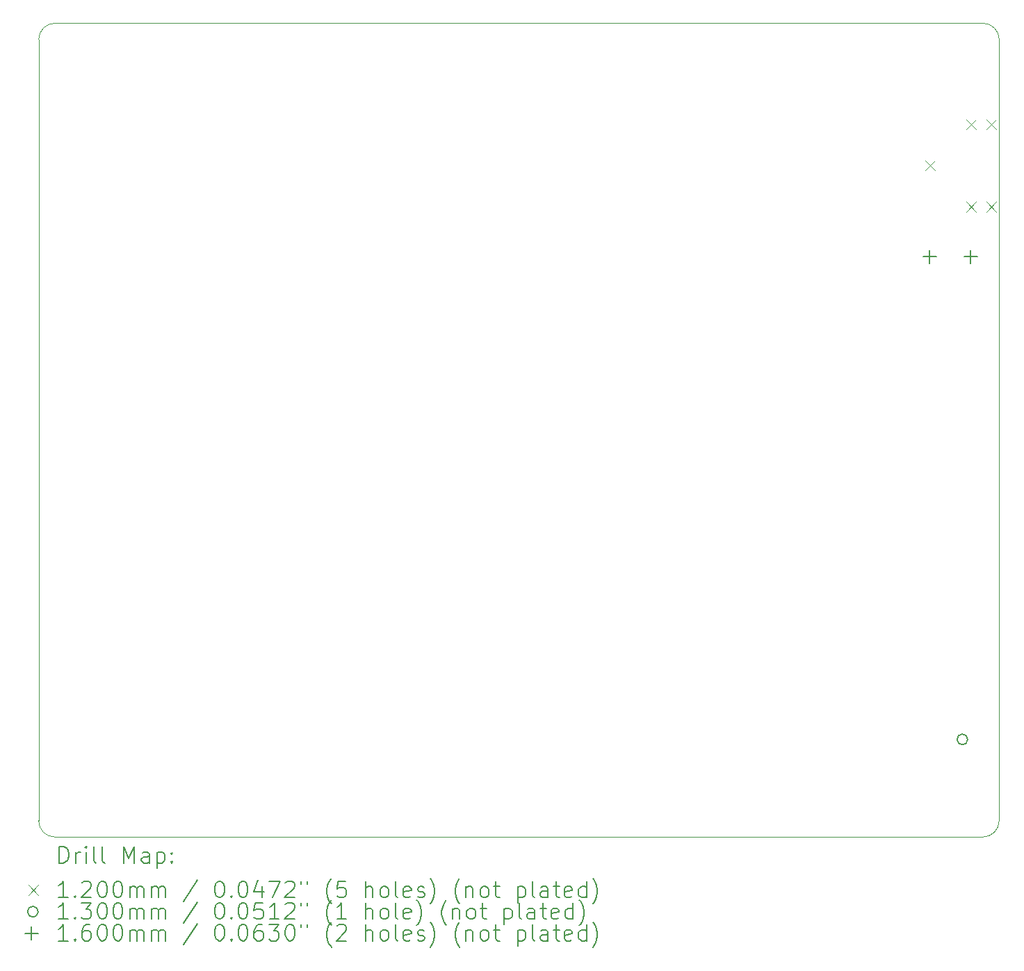
<source format=gbr>
%TF.GenerationSoftware,KiCad,Pcbnew,(6.0.11)*%
%TF.CreationDate,2024-03-19T14:27:06-04:00*%
%TF.ProjectId,Ultrasonic Sound Steering - Control Rev. B,556c7472-6173-46f6-9e69-6320536f756e,rev?*%
%TF.SameCoordinates,Original*%
%TF.FileFunction,Drillmap*%
%TF.FilePolarity,Positive*%
%FSLAX45Y45*%
G04 Gerber Fmt 4.5, Leading zero omitted, Abs format (unit mm)*
G04 Created by KiCad (PCBNEW (6.0.11)) date 2024-03-19 14:27:06*
%MOMM*%
%LPD*%
G01*
G04 APERTURE LIST*
%ADD10C,0.100000*%
%ADD11C,0.200000*%
%ADD12C,0.120000*%
%ADD13C,0.130000*%
%ADD14C,0.160000*%
G04 APERTURE END LIST*
D10*
X8743635Y-4685721D02*
X20042792Y-4685721D01*
X8543220Y-14400300D02*
G75*
G03*
X8743214Y-14600300I200000J0D01*
G01*
X20242799Y-4885721D02*
G75*
G03*
X20042792Y-4685721I-199999J1D01*
G01*
X20242792Y-4885721D02*
X20242792Y-14399879D01*
X8543214Y-14400300D02*
X8543635Y-4885721D01*
X20042792Y-14599879D02*
X8743214Y-14600300D01*
X8743635Y-4685725D02*
G75*
G03*
X8543635Y-4885721I-5J-199995D01*
G01*
X20042792Y-14599882D02*
G75*
G03*
X20242792Y-14399879I-2J200002D01*
G01*
D11*
D12*
X19339000Y-6362000D02*
X19459000Y-6482000D01*
X19459000Y-6362000D02*
X19339000Y-6482000D01*
X19839000Y-5862000D02*
X19959000Y-5982000D01*
X19959000Y-5862000D02*
X19839000Y-5982000D01*
X19839000Y-6862000D02*
X19959000Y-6982000D01*
X19959000Y-6862000D02*
X19839000Y-6982000D01*
X20089000Y-5862000D02*
X20209000Y-5982000D01*
X20209000Y-5862000D02*
X20089000Y-5982000D01*
X20089000Y-6862000D02*
X20209000Y-6982000D01*
X20209000Y-6862000D02*
X20089000Y-6982000D01*
D13*
X19859000Y-13411000D02*
G75*
G03*
X19859000Y-13411000I-65000J0D01*
G01*
D14*
X19394000Y-7452000D02*
X19394000Y-7612000D01*
X19314000Y-7532000D02*
X19474000Y-7532000D01*
X19894000Y-7452000D02*
X19894000Y-7612000D01*
X19814000Y-7532000D02*
X19974000Y-7532000D01*
D11*
X8795833Y-14915776D02*
X8795833Y-14715776D01*
X8843452Y-14715776D01*
X8872023Y-14725300D01*
X8891071Y-14744348D01*
X8900595Y-14763395D01*
X8910118Y-14801490D01*
X8910118Y-14830062D01*
X8900595Y-14868157D01*
X8891071Y-14887205D01*
X8872023Y-14906252D01*
X8843452Y-14915776D01*
X8795833Y-14915776D01*
X8995833Y-14915776D02*
X8995833Y-14782443D01*
X8995833Y-14820538D02*
X9005356Y-14801490D01*
X9014880Y-14791967D01*
X9033928Y-14782443D01*
X9052976Y-14782443D01*
X9119642Y-14915776D02*
X9119642Y-14782443D01*
X9119642Y-14715776D02*
X9110118Y-14725300D01*
X9119642Y-14734824D01*
X9129166Y-14725300D01*
X9119642Y-14715776D01*
X9119642Y-14734824D01*
X9243452Y-14915776D02*
X9224404Y-14906252D01*
X9214880Y-14887205D01*
X9214880Y-14715776D01*
X9348214Y-14915776D02*
X9329166Y-14906252D01*
X9319642Y-14887205D01*
X9319642Y-14715776D01*
X9576785Y-14915776D02*
X9576785Y-14715776D01*
X9643452Y-14858633D01*
X9710118Y-14715776D01*
X9710118Y-14915776D01*
X9891071Y-14915776D02*
X9891071Y-14811014D01*
X9881547Y-14791967D01*
X9862499Y-14782443D01*
X9824404Y-14782443D01*
X9805356Y-14791967D01*
X9891071Y-14906252D02*
X9872023Y-14915776D01*
X9824404Y-14915776D01*
X9805356Y-14906252D01*
X9795833Y-14887205D01*
X9795833Y-14868157D01*
X9805356Y-14849109D01*
X9824404Y-14839586D01*
X9872023Y-14839586D01*
X9891071Y-14830062D01*
X9986309Y-14782443D02*
X9986309Y-14982443D01*
X9986309Y-14791967D02*
X10005356Y-14782443D01*
X10043452Y-14782443D01*
X10062499Y-14791967D01*
X10072023Y-14801490D01*
X10081547Y-14820538D01*
X10081547Y-14877681D01*
X10072023Y-14896728D01*
X10062499Y-14906252D01*
X10043452Y-14915776D01*
X10005356Y-14915776D01*
X9986309Y-14906252D01*
X10167261Y-14896728D02*
X10176785Y-14906252D01*
X10167261Y-14915776D01*
X10157737Y-14906252D01*
X10167261Y-14896728D01*
X10167261Y-14915776D01*
X10167261Y-14791967D02*
X10176785Y-14801490D01*
X10167261Y-14811014D01*
X10157737Y-14801490D01*
X10167261Y-14791967D01*
X10167261Y-14811014D01*
D12*
X8418214Y-15185300D02*
X8538214Y-15305300D01*
X8538214Y-15185300D02*
X8418214Y-15305300D01*
D11*
X8900595Y-15335776D02*
X8786309Y-15335776D01*
X8843452Y-15335776D02*
X8843452Y-15135776D01*
X8824404Y-15164348D01*
X8805356Y-15183395D01*
X8786309Y-15192919D01*
X8986309Y-15316728D02*
X8995833Y-15326252D01*
X8986309Y-15335776D01*
X8976785Y-15326252D01*
X8986309Y-15316728D01*
X8986309Y-15335776D01*
X9072023Y-15154824D02*
X9081547Y-15145300D01*
X9100595Y-15135776D01*
X9148214Y-15135776D01*
X9167261Y-15145300D01*
X9176785Y-15154824D01*
X9186309Y-15173871D01*
X9186309Y-15192919D01*
X9176785Y-15221490D01*
X9062499Y-15335776D01*
X9186309Y-15335776D01*
X9310118Y-15135776D02*
X9329166Y-15135776D01*
X9348214Y-15145300D01*
X9357737Y-15154824D01*
X9367261Y-15173871D01*
X9376785Y-15211967D01*
X9376785Y-15259586D01*
X9367261Y-15297681D01*
X9357737Y-15316728D01*
X9348214Y-15326252D01*
X9329166Y-15335776D01*
X9310118Y-15335776D01*
X9291071Y-15326252D01*
X9281547Y-15316728D01*
X9272023Y-15297681D01*
X9262499Y-15259586D01*
X9262499Y-15211967D01*
X9272023Y-15173871D01*
X9281547Y-15154824D01*
X9291071Y-15145300D01*
X9310118Y-15135776D01*
X9500595Y-15135776D02*
X9519642Y-15135776D01*
X9538690Y-15145300D01*
X9548214Y-15154824D01*
X9557737Y-15173871D01*
X9567261Y-15211967D01*
X9567261Y-15259586D01*
X9557737Y-15297681D01*
X9548214Y-15316728D01*
X9538690Y-15326252D01*
X9519642Y-15335776D01*
X9500595Y-15335776D01*
X9481547Y-15326252D01*
X9472023Y-15316728D01*
X9462499Y-15297681D01*
X9452976Y-15259586D01*
X9452976Y-15211967D01*
X9462499Y-15173871D01*
X9472023Y-15154824D01*
X9481547Y-15145300D01*
X9500595Y-15135776D01*
X9652976Y-15335776D02*
X9652976Y-15202443D01*
X9652976Y-15221490D02*
X9662499Y-15211967D01*
X9681547Y-15202443D01*
X9710118Y-15202443D01*
X9729166Y-15211967D01*
X9738690Y-15231014D01*
X9738690Y-15335776D01*
X9738690Y-15231014D02*
X9748214Y-15211967D01*
X9767261Y-15202443D01*
X9795833Y-15202443D01*
X9814880Y-15211967D01*
X9824404Y-15231014D01*
X9824404Y-15335776D01*
X9919642Y-15335776D02*
X9919642Y-15202443D01*
X9919642Y-15221490D02*
X9929166Y-15211967D01*
X9948214Y-15202443D01*
X9976785Y-15202443D01*
X9995833Y-15211967D01*
X10005356Y-15231014D01*
X10005356Y-15335776D01*
X10005356Y-15231014D02*
X10014880Y-15211967D01*
X10033928Y-15202443D01*
X10062499Y-15202443D01*
X10081547Y-15211967D01*
X10091071Y-15231014D01*
X10091071Y-15335776D01*
X10481547Y-15126252D02*
X10310118Y-15383395D01*
X10738690Y-15135776D02*
X10757737Y-15135776D01*
X10776785Y-15145300D01*
X10786309Y-15154824D01*
X10795833Y-15173871D01*
X10805356Y-15211967D01*
X10805356Y-15259586D01*
X10795833Y-15297681D01*
X10786309Y-15316728D01*
X10776785Y-15326252D01*
X10757737Y-15335776D01*
X10738690Y-15335776D01*
X10719642Y-15326252D01*
X10710118Y-15316728D01*
X10700595Y-15297681D01*
X10691071Y-15259586D01*
X10691071Y-15211967D01*
X10700595Y-15173871D01*
X10710118Y-15154824D01*
X10719642Y-15145300D01*
X10738690Y-15135776D01*
X10891071Y-15316728D02*
X10900595Y-15326252D01*
X10891071Y-15335776D01*
X10881547Y-15326252D01*
X10891071Y-15316728D01*
X10891071Y-15335776D01*
X11024404Y-15135776D02*
X11043452Y-15135776D01*
X11062499Y-15145300D01*
X11072023Y-15154824D01*
X11081547Y-15173871D01*
X11091071Y-15211967D01*
X11091071Y-15259586D01*
X11081547Y-15297681D01*
X11072023Y-15316728D01*
X11062499Y-15326252D01*
X11043452Y-15335776D01*
X11024404Y-15335776D01*
X11005356Y-15326252D01*
X10995833Y-15316728D01*
X10986309Y-15297681D01*
X10976785Y-15259586D01*
X10976785Y-15211967D01*
X10986309Y-15173871D01*
X10995833Y-15154824D01*
X11005356Y-15145300D01*
X11024404Y-15135776D01*
X11262499Y-15202443D02*
X11262499Y-15335776D01*
X11214880Y-15126252D02*
X11167261Y-15269109D01*
X11291071Y-15269109D01*
X11348214Y-15135776D02*
X11481547Y-15135776D01*
X11395833Y-15335776D01*
X11548213Y-15154824D02*
X11557737Y-15145300D01*
X11576785Y-15135776D01*
X11624404Y-15135776D01*
X11643452Y-15145300D01*
X11652975Y-15154824D01*
X11662499Y-15173871D01*
X11662499Y-15192919D01*
X11652975Y-15221490D01*
X11538690Y-15335776D01*
X11662499Y-15335776D01*
X11738690Y-15135776D02*
X11738690Y-15173871D01*
X11814880Y-15135776D02*
X11814880Y-15173871D01*
X12110118Y-15411967D02*
X12100594Y-15402443D01*
X12081547Y-15373871D01*
X12072023Y-15354824D01*
X12062499Y-15326252D01*
X12052975Y-15278633D01*
X12052975Y-15240538D01*
X12062499Y-15192919D01*
X12072023Y-15164348D01*
X12081547Y-15145300D01*
X12100594Y-15116728D01*
X12110118Y-15107205D01*
X12281547Y-15135776D02*
X12186309Y-15135776D01*
X12176785Y-15231014D01*
X12186309Y-15221490D01*
X12205356Y-15211967D01*
X12252975Y-15211967D01*
X12272023Y-15221490D01*
X12281547Y-15231014D01*
X12291071Y-15250062D01*
X12291071Y-15297681D01*
X12281547Y-15316728D01*
X12272023Y-15326252D01*
X12252975Y-15335776D01*
X12205356Y-15335776D01*
X12186309Y-15326252D01*
X12176785Y-15316728D01*
X12529166Y-15335776D02*
X12529166Y-15135776D01*
X12614880Y-15335776D02*
X12614880Y-15231014D01*
X12605356Y-15211967D01*
X12586309Y-15202443D01*
X12557737Y-15202443D01*
X12538690Y-15211967D01*
X12529166Y-15221490D01*
X12738690Y-15335776D02*
X12719642Y-15326252D01*
X12710118Y-15316728D01*
X12700594Y-15297681D01*
X12700594Y-15240538D01*
X12710118Y-15221490D01*
X12719642Y-15211967D01*
X12738690Y-15202443D01*
X12767261Y-15202443D01*
X12786309Y-15211967D01*
X12795833Y-15221490D01*
X12805356Y-15240538D01*
X12805356Y-15297681D01*
X12795833Y-15316728D01*
X12786309Y-15326252D01*
X12767261Y-15335776D01*
X12738690Y-15335776D01*
X12919642Y-15335776D02*
X12900594Y-15326252D01*
X12891071Y-15307205D01*
X12891071Y-15135776D01*
X13072023Y-15326252D02*
X13052975Y-15335776D01*
X13014880Y-15335776D01*
X12995833Y-15326252D01*
X12986309Y-15307205D01*
X12986309Y-15231014D01*
X12995833Y-15211967D01*
X13014880Y-15202443D01*
X13052975Y-15202443D01*
X13072023Y-15211967D01*
X13081547Y-15231014D01*
X13081547Y-15250062D01*
X12986309Y-15269109D01*
X13157737Y-15326252D02*
X13176785Y-15335776D01*
X13214880Y-15335776D01*
X13233928Y-15326252D01*
X13243452Y-15307205D01*
X13243452Y-15297681D01*
X13233928Y-15278633D01*
X13214880Y-15269109D01*
X13186309Y-15269109D01*
X13167261Y-15259586D01*
X13157737Y-15240538D01*
X13157737Y-15231014D01*
X13167261Y-15211967D01*
X13186309Y-15202443D01*
X13214880Y-15202443D01*
X13233928Y-15211967D01*
X13310118Y-15411967D02*
X13319642Y-15402443D01*
X13338690Y-15373871D01*
X13348213Y-15354824D01*
X13357737Y-15326252D01*
X13367261Y-15278633D01*
X13367261Y-15240538D01*
X13357737Y-15192919D01*
X13348213Y-15164348D01*
X13338690Y-15145300D01*
X13319642Y-15116728D01*
X13310118Y-15107205D01*
X13672023Y-15411967D02*
X13662499Y-15402443D01*
X13643452Y-15373871D01*
X13633928Y-15354824D01*
X13624404Y-15326252D01*
X13614880Y-15278633D01*
X13614880Y-15240538D01*
X13624404Y-15192919D01*
X13633928Y-15164348D01*
X13643452Y-15145300D01*
X13662499Y-15116728D01*
X13672023Y-15107205D01*
X13748213Y-15202443D02*
X13748213Y-15335776D01*
X13748213Y-15221490D02*
X13757737Y-15211967D01*
X13776785Y-15202443D01*
X13805356Y-15202443D01*
X13824404Y-15211967D01*
X13833928Y-15231014D01*
X13833928Y-15335776D01*
X13957737Y-15335776D02*
X13938690Y-15326252D01*
X13929166Y-15316728D01*
X13919642Y-15297681D01*
X13919642Y-15240538D01*
X13929166Y-15221490D01*
X13938690Y-15211967D01*
X13957737Y-15202443D01*
X13986309Y-15202443D01*
X14005356Y-15211967D01*
X14014880Y-15221490D01*
X14024404Y-15240538D01*
X14024404Y-15297681D01*
X14014880Y-15316728D01*
X14005356Y-15326252D01*
X13986309Y-15335776D01*
X13957737Y-15335776D01*
X14081547Y-15202443D02*
X14157737Y-15202443D01*
X14110118Y-15135776D02*
X14110118Y-15307205D01*
X14119642Y-15326252D01*
X14138690Y-15335776D01*
X14157737Y-15335776D01*
X14376785Y-15202443D02*
X14376785Y-15402443D01*
X14376785Y-15211967D02*
X14395833Y-15202443D01*
X14433928Y-15202443D01*
X14452975Y-15211967D01*
X14462499Y-15221490D01*
X14472023Y-15240538D01*
X14472023Y-15297681D01*
X14462499Y-15316728D01*
X14452975Y-15326252D01*
X14433928Y-15335776D01*
X14395833Y-15335776D01*
X14376785Y-15326252D01*
X14586309Y-15335776D02*
X14567261Y-15326252D01*
X14557737Y-15307205D01*
X14557737Y-15135776D01*
X14748213Y-15335776D02*
X14748213Y-15231014D01*
X14738690Y-15211967D01*
X14719642Y-15202443D01*
X14681547Y-15202443D01*
X14662499Y-15211967D01*
X14748213Y-15326252D02*
X14729166Y-15335776D01*
X14681547Y-15335776D01*
X14662499Y-15326252D01*
X14652975Y-15307205D01*
X14652975Y-15288157D01*
X14662499Y-15269109D01*
X14681547Y-15259586D01*
X14729166Y-15259586D01*
X14748213Y-15250062D01*
X14814880Y-15202443D02*
X14891071Y-15202443D01*
X14843452Y-15135776D02*
X14843452Y-15307205D01*
X14852975Y-15326252D01*
X14872023Y-15335776D01*
X14891071Y-15335776D01*
X15033928Y-15326252D02*
X15014880Y-15335776D01*
X14976785Y-15335776D01*
X14957737Y-15326252D01*
X14948213Y-15307205D01*
X14948213Y-15231014D01*
X14957737Y-15211967D01*
X14976785Y-15202443D01*
X15014880Y-15202443D01*
X15033928Y-15211967D01*
X15043452Y-15231014D01*
X15043452Y-15250062D01*
X14948213Y-15269109D01*
X15214880Y-15335776D02*
X15214880Y-15135776D01*
X15214880Y-15326252D02*
X15195833Y-15335776D01*
X15157737Y-15335776D01*
X15138690Y-15326252D01*
X15129166Y-15316728D01*
X15119642Y-15297681D01*
X15119642Y-15240538D01*
X15129166Y-15221490D01*
X15138690Y-15211967D01*
X15157737Y-15202443D01*
X15195833Y-15202443D01*
X15214880Y-15211967D01*
X15291071Y-15411967D02*
X15300594Y-15402443D01*
X15319642Y-15373871D01*
X15329166Y-15354824D01*
X15338690Y-15326252D01*
X15348213Y-15278633D01*
X15348213Y-15240538D01*
X15338690Y-15192919D01*
X15329166Y-15164348D01*
X15319642Y-15145300D01*
X15300594Y-15116728D01*
X15291071Y-15107205D01*
D13*
X8538214Y-15509300D02*
G75*
G03*
X8538214Y-15509300I-65000J0D01*
G01*
D11*
X8900595Y-15599776D02*
X8786309Y-15599776D01*
X8843452Y-15599776D02*
X8843452Y-15399776D01*
X8824404Y-15428348D01*
X8805356Y-15447395D01*
X8786309Y-15456919D01*
X8986309Y-15580728D02*
X8995833Y-15590252D01*
X8986309Y-15599776D01*
X8976785Y-15590252D01*
X8986309Y-15580728D01*
X8986309Y-15599776D01*
X9062499Y-15399776D02*
X9186309Y-15399776D01*
X9119642Y-15475967D01*
X9148214Y-15475967D01*
X9167261Y-15485490D01*
X9176785Y-15495014D01*
X9186309Y-15514062D01*
X9186309Y-15561681D01*
X9176785Y-15580728D01*
X9167261Y-15590252D01*
X9148214Y-15599776D01*
X9091071Y-15599776D01*
X9072023Y-15590252D01*
X9062499Y-15580728D01*
X9310118Y-15399776D02*
X9329166Y-15399776D01*
X9348214Y-15409300D01*
X9357737Y-15418824D01*
X9367261Y-15437871D01*
X9376785Y-15475967D01*
X9376785Y-15523586D01*
X9367261Y-15561681D01*
X9357737Y-15580728D01*
X9348214Y-15590252D01*
X9329166Y-15599776D01*
X9310118Y-15599776D01*
X9291071Y-15590252D01*
X9281547Y-15580728D01*
X9272023Y-15561681D01*
X9262499Y-15523586D01*
X9262499Y-15475967D01*
X9272023Y-15437871D01*
X9281547Y-15418824D01*
X9291071Y-15409300D01*
X9310118Y-15399776D01*
X9500595Y-15399776D02*
X9519642Y-15399776D01*
X9538690Y-15409300D01*
X9548214Y-15418824D01*
X9557737Y-15437871D01*
X9567261Y-15475967D01*
X9567261Y-15523586D01*
X9557737Y-15561681D01*
X9548214Y-15580728D01*
X9538690Y-15590252D01*
X9519642Y-15599776D01*
X9500595Y-15599776D01*
X9481547Y-15590252D01*
X9472023Y-15580728D01*
X9462499Y-15561681D01*
X9452976Y-15523586D01*
X9452976Y-15475967D01*
X9462499Y-15437871D01*
X9472023Y-15418824D01*
X9481547Y-15409300D01*
X9500595Y-15399776D01*
X9652976Y-15599776D02*
X9652976Y-15466443D01*
X9652976Y-15485490D02*
X9662499Y-15475967D01*
X9681547Y-15466443D01*
X9710118Y-15466443D01*
X9729166Y-15475967D01*
X9738690Y-15495014D01*
X9738690Y-15599776D01*
X9738690Y-15495014D02*
X9748214Y-15475967D01*
X9767261Y-15466443D01*
X9795833Y-15466443D01*
X9814880Y-15475967D01*
X9824404Y-15495014D01*
X9824404Y-15599776D01*
X9919642Y-15599776D02*
X9919642Y-15466443D01*
X9919642Y-15485490D02*
X9929166Y-15475967D01*
X9948214Y-15466443D01*
X9976785Y-15466443D01*
X9995833Y-15475967D01*
X10005356Y-15495014D01*
X10005356Y-15599776D01*
X10005356Y-15495014D02*
X10014880Y-15475967D01*
X10033928Y-15466443D01*
X10062499Y-15466443D01*
X10081547Y-15475967D01*
X10091071Y-15495014D01*
X10091071Y-15599776D01*
X10481547Y-15390252D02*
X10310118Y-15647395D01*
X10738690Y-15399776D02*
X10757737Y-15399776D01*
X10776785Y-15409300D01*
X10786309Y-15418824D01*
X10795833Y-15437871D01*
X10805356Y-15475967D01*
X10805356Y-15523586D01*
X10795833Y-15561681D01*
X10786309Y-15580728D01*
X10776785Y-15590252D01*
X10757737Y-15599776D01*
X10738690Y-15599776D01*
X10719642Y-15590252D01*
X10710118Y-15580728D01*
X10700595Y-15561681D01*
X10691071Y-15523586D01*
X10691071Y-15475967D01*
X10700595Y-15437871D01*
X10710118Y-15418824D01*
X10719642Y-15409300D01*
X10738690Y-15399776D01*
X10891071Y-15580728D02*
X10900595Y-15590252D01*
X10891071Y-15599776D01*
X10881547Y-15590252D01*
X10891071Y-15580728D01*
X10891071Y-15599776D01*
X11024404Y-15399776D02*
X11043452Y-15399776D01*
X11062499Y-15409300D01*
X11072023Y-15418824D01*
X11081547Y-15437871D01*
X11091071Y-15475967D01*
X11091071Y-15523586D01*
X11081547Y-15561681D01*
X11072023Y-15580728D01*
X11062499Y-15590252D01*
X11043452Y-15599776D01*
X11024404Y-15599776D01*
X11005356Y-15590252D01*
X10995833Y-15580728D01*
X10986309Y-15561681D01*
X10976785Y-15523586D01*
X10976785Y-15475967D01*
X10986309Y-15437871D01*
X10995833Y-15418824D01*
X11005356Y-15409300D01*
X11024404Y-15399776D01*
X11272023Y-15399776D02*
X11176785Y-15399776D01*
X11167261Y-15495014D01*
X11176785Y-15485490D01*
X11195833Y-15475967D01*
X11243452Y-15475967D01*
X11262499Y-15485490D01*
X11272023Y-15495014D01*
X11281547Y-15514062D01*
X11281547Y-15561681D01*
X11272023Y-15580728D01*
X11262499Y-15590252D01*
X11243452Y-15599776D01*
X11195833Y-15599776D01*
X11176785Y-15590252D01*
X11167261Y-15580728D01*
X11472023Y-15599776D02*
X11357737Y-15599776D01*
X11414880Y-15599776D02*
X11414880Y-15399776D01*
X11395833Y-15428348D01*
X11376785Y-15447395D01*
X11357737Y-15456919D01*
X11548213Y-15418824D02*
X11557737Y-15409300D01*
X11576785Y-15399776D01*
X11624404Y-15399776D01*
X11643452Y-15409300D01*
X11652975Y-15418824D01*
X11662499Y-15437871D01*
X11662499Y-15456919D01*
X11652975Y-15485490D01*
X11538690Y-15599776D01*
X11662499Y-15599776D01*
X11738690Y-15399776D02*
X11738690Y-15437871D01*
X11814880Y-15399776D02*
X11814880Y-15437871D01*
X12110118Y-15675967D02*
X12100594Y-15666443D01*
X12081547Y-15637871D01*
X12072023Y-15618824D01*
X12062499Y-15590252D01*
X12052975Y-15542633D01*
X12052975Y-15504538D01*
X12062499Y-15456919D01*
X12072023Y-15428348D01*
X12081547Y-15409300D01*
X12100594Y-15380728D01*
X12110118Y-15371205D01*
X12291071Y-15599776D02*
X12176785Y-15599776D01*
X12233928Y-15599776D02*
X12233928Y-15399776D01*
X12214880Y-15428348D01*
X12195833Y-15447395D01*
X12176785Y-15456919D01*
X12529166Y-15599776D02*
X12529166Y-15399776D01*
X12614880Y-15599776D02*
X12614880Y-15495014D01*
X12605356Y-15475967D01*
X12586309Y-15466443D01*
X12557737Y-15466443D01*
X12538690Y-15475967D01*
X12529166Y-15485490D01*
X12738690Y-15599776D02*
X12719642Y-15590252D01*
X12710118Y-15580728D01*
X12700594Y-15561681D01*
X12700594Y-15504538D01*
X12710118Y-15485490D01*
X12719642Y-15475967D01*
X12738690Y-15466443D01*
X12767261Y-15466443D01*
X12786309Y-15475967D01*
X12795833Y-15485490D01*
X12805356Y-15504538D01*
X12805356Y-15561681D01*
X12795833Y-15580728D01*
X12786309Y-15590252D01*
X12767261Y-15599776D01*
X12738690Y-15599776D01*
X12919642Y-15599776D02*
X12900594Y-15590252D01*
X12891071Y-15571205D01*
X12891071Y-15399776D01*
X13072023Y-15590252D02*
X13052975Y-15599776D01*
X13014880Y-15599776D01*
X12995833Y-15590252D01*
X12986309Y-15571205D01*
X12986309Y-15495014D01*
X12995833Y-15475967D01*
X13014880Y-15466443D01*
X13052975Y-15466443D01*
X13072023Y-15475967D01*
X13081547Y-15495014D01*
X13081547Y-15514062D01*
X12986309Y-15533109D01*
X13148213Y-15675967D02*
X13157737Y-15666443D01*
X13176785Y-15637871D01*
X13186309Y-15618824D01*
X13195833Y-15590252D01*
X13205356Y-15542633D01*
X13205356Y-15504538D01*
X13195833Y-15456919D01*
X13186309Y-15428348D01*
X13176785Y-15409300D01*
X13157737Y-15380728D01*
X13148213Y-15371205D01*
X13510118Y-15675967D02*
X13500594Y-15666443D01*
X13481547Y-15637871D01*
X13472023Y-15618824D01*
X13462499Y-15590252D01*
X13452975Y-15542633D01*
X13452975Y-15504538D01*
X13462499Y-15456919D01*
X13472023Y-15428348D01*
X13481547Y-15409300D01*
X13500594Y-15380728D01*
X13510118Y-15371205D01*
X13586309Y-15466443D02*
X13586309Y-15599776D01*
X13586309Y-15485490D02*
X13595833Y-15475967D01*
X13614880Y-15466443D01*
X13643452Y-15466443D01*
X13662499Y-15475967D01*
X13672023Y-15495014D01*
X13672023Y-15599776D01*
X13795833Y-15599776D02*
X13776785Y-15590252D01*
X13767261Y-15580728D01*
X13757737Y-15561681D01*
X13757737Y-15504538D01*
X13767261Y-15485490D01*
X13776785Y-15475967D01*
X13795833Y-15466443D01*
X13824404Y-15466443D01*
X13843452Y-15475967D01*
X13852975Y-15485490D01*
X13862499Y-15504538D01*
X13862499Y-15561681D01*
X13852975Y-15580728D01*
X13843452Y-15590252D01*
X13824404Y-15599776D01*
X13795833Y-15599776D01*
X13919642Y-15466443D02*
X13995833Y-15466443D01*
X13948213Y-15399776D02*
X13948213Y-15571205D01*
X13957737Y-15590252D01*
X13976785Y-15599776D01*
X13995833Y-15599776D01*
X14214880Y-15466443D02*
X14214880Y-15666443D01*
X14214880Y-15475967D02*
X14233928Y-15466443D01*
X14272023Y-15466443D01*
X14291071Y-15475967D01*
X14300594Y-15485490D01*
X14310118Y-15504538D01*
X14310118Y-15561681D01*
X14300594Y-15580728D01*
X14291071Y-15590252D01*
X14272023Y-15599776D01*
X14233928Y-15599776D01*
X14214880Y-15590252D01*
X14424404Y-15599776D02*
X14405356Y-15590252D01*
X14395833Y-15571205D01*
X14395833Y-15399776D01*
X14586309Y-15599776D02*
X14586309Y-15495014D01*
X14576785Y-15475967D01*
X14557737Y-15466443D01*
X14519642Y-15466443D01*
X14500594Y-15475967D01*
X14586309Y-15590252D02*
X14567261Y-15599776D01*
X14519642Y-15599776D01*
X14500594Y-15590252D01*
X14491071Y-15571205D01*
X14491071Y-15552157D01*
X14500594Y-15533109D01*
X14519642Y-15523586D01*
X14567261Y-15523586D01*
X14586309Y-15514062D01*
X14652975Y-15466443D02*
X14729166Y-15466443D01*
X14681547Y-15399776D02*
X14681547Y-15571205D01*
X14691071Y-15590252D01*
X14710118Y-15599776D01*
X14729166Y-15599776D01*
X14872023Y-15590252D02*
X14852975Y-15599776D01*
X14814880Y-15599776D01*
X14795833Y-15590252D01*
X14786309Y-15571205D01*
X14786309Y-15495014D01*
X14795833Y-15475967D01*
X14814880Y-15466443D01*
X14852975Y-15466443D01*
X14872023Y-15475967D01*
X14881547Y-15495014D01*
X14881547Y-15514062D01*
X14786309Y-15533109D01*
X15052975Y-15599776D02*
X15052975Y-15399776D01*
X15052975Y-15590252D02*
X15033928Y-15599776D01*
X14995833Y-15599776D01*
X14976785Y-15590252D01*
X14967261Y-15580728D01*
X14957737Y-15561681D01*
X14957737Y-15504538D01*
X14967261Y-15485490D01*
X14976785Y-15475967D01*
X14995833Y-15466443D01*
X15033928Y-15466443D01*
X15052975Y-15475967D01*
X15129166Y-15675967D02*
X15138690Y-15666443D01*
X15157737Y-15637871D01*
X15167261Y-15618824D01*
X15176785Y-15590252D01*
X15186309Y-15542633D01*
X15186309Y-15504538D01*
X15176785Y-15456919D01*
X15167261Y-15428348D01*
X15157737Y-15409300D01*
X15138690Y-15380728D01*
X15129166Y-15371205D01*
D14*
X8458214Y-15693300D02*
X8458214Y-15853300D01*
X8378214Y-15773300D02*
X8538214Y-15773300D01*
D11*
X8900595Y-15863776D02*
X8786309Y-15863776D01*
X8843452Y-15863776D02*
X8843452Y-15663776D01*
X8824404Y-15692348D01*
X8805356Y-15711395D01*
X8786309Y-15720919D01*
X8986309Y-15844728D02*
X8995833Y-15854252D01*
X8986309Y-15863776D01*
X8976785Y-15854252D01*
X8986309Y-15844728D01*
X8986309Y-15863776D01*
X9167261Y-15663776D02*
X9129166Y-15663776D01*
X9110118Y-15673300D01*
X9100595Y-15682824D01*
X9081547Y-15711395D01*
X9072023Y-15749490D01*
X9072023Y-15825681D01*
X9081547Y-15844728D01*
X9091071Y-15854252D01*
X9110118Y-15863776D01*
X9148214Y-15863776D01*
X9167261Y-15854252D01*
X9176785Y-15844728D01*
X9186309Y-15825681D01*
X9186309Y-15778062D01*
X9176785Y-15759014D01*
X9167261Y-15749490D01*
X9148214Y-15739967D01*
X9110118Y-15739967D01*
X9091071Y-15749490D01*
X9081547Y-15759014D01*
X9072023Y-15778062D01*
X9310118Y-15663776D02*
X9329166Y-15663776D01*
X9348214Y-15673300D01*
X9357737Y-15682824D01*
X9367261Y-15701871D01*
X9376785Y-15739967D01*
X9376785Y-15787586D01*
X9367261Y-15825681D01*
X9357737Y-15844728D01*
X9348214Y-15854252D01*
X9329166Y-15863776D01*
X9310118Y-15863776D01*
X9291071Y-15854252D01*
X9281547Y-15844728D01*
X9272023Y-15825681D01*
X9262499Y-15787586D01*
X9262499Y-15739967D01*
X9272023Y-15701871D01*
X9281547Y-15682824D01*
X9291071Y-15673300D01*
X9310118Y-15663776D01*
X9500595Y-15663776D02*
X9519642Y-15663776D01*
X9538690Y-15673300D01*
X9548214Y-15682824D01*
X9557737Y-15701871D01*
X9567261Y-15739967D01*
X9567261Y-15787586D01*
X9557737Y-15825681D01*
X9548214Y-15844728D01*
X9538690Y-15854252D01*
X9519642Y-15863776D01*
X9500595Y-15863776D01*
X9481547Y-15854252D01*
X9472023Y-15844728D01*
X9462499Y-15825681D01*
X9452976Y-15787586D01*
X9452976Y-15739967D01*
X9462499Y-15701871D01*
X9472023Y-15682824D01*
X9481547Y-15673300D01*
X9500595Y-15663776D01*
X9652976Y-15863776D02*
X9652976Y-15730443D01*
X9652976Y-15749490D02*
X9662499Y-15739967D01*
X9681547Y-15730443D01*
X9710118Y-15730443D01*
X9729166Y-15739967D01*
X9738690Y-15759014D01*
X9738690Y-15863776D01*
X9738690Y-15759014D02*
X9748214Y-15739967D01*
X9767261Y-15730443D01*
X9795833Y-15730443D01*
X9814880Y-15739967D01*
X9824404Y-15759014D01*
X9824404Y-15863776D01*
X9919642Y-15863776D02*
X9919642Y-15730443D01*
X9919642Y-15749490D02*
X9929166Y-15739967D01*
X9948214Y-15730443D01*
X9976785Y-15730443D01*
X9995833Y-15739967D01*
X10005356Y-15759014D01*
X10005356Y-15863776D01*
X10005356Y-15759014D02*
X10014880Y-15739967D01*
X10033928Y-15730443D01*
X10062499Y-15730443D01*
X10081547Y-15739967D01*
X10091071Y-15759014D01*
X10091071Y-15863776D01*
X10481547Y-15654252D02*
X10310118Y-15911395D01*
X10738690Y-15663776D02*
X10757737Y-15663776D01*
X10776785Y-15673300D01*
X10786309Y-15682824D01*
X10795833Y-15701871D01*
X10805356Y-15739967D01*
X10805356Y-15787586D01*
X10795833Y-15825681D01*
X10786309Y-15844728D01*
X10776785Y-15854252D01*
X10757737Y-15863776D01*
X10738690Y-15863776D01*
X10719642Y-15854252D01*
X10710118Y-15844728D01*
X10700595Y-15825681D01*
X10691071Y-15787586D01*
X10691071Y-15739967D01*
X10700595Y-15701871D01*
X10710118Y-15682824D01*
X10719642Y-15673300D01*
X10738690Y-15663776D01*
X10891071Y-15844728D02*
X10900595Y-15854252D01*
X10891071Y-15863776D01*
X10881547Y-15854252D01*
X10891071Y-15844728D01*
X10891071Y-15863776D01*
X11024404Y-15663776D02*
X11043452Y-15663776D01*
X11062499Y-15673300D01*
X11072023Y-15682824D01*
X11081547Y-15701871D01*
X11091071Y-15739967D01*
X11091071Y-15787586D01*
X11081547Y-15825681D01*
X11072023Y-15844728D01*
X11062499Y-15854252D01*
X11043452Y-15863776D01*
X11024404Y-15863776D01*
X11005356Y-15854252D01*
X10995833Y-15844728D01*
X10986309Y-15825681D01*
X10976785Y-15787586D01*
X10976785Y-15739967D01*
X10986309Y-15701871D01*
X10995833Y-15682824D01*
X11005356Y-15673300D01*
X11024404Y-15663776D01*
X11262499Y-15663776D02*
X11224404Y-15663776D01*
X11205356Y-15673300D01*
X11195833Y-15682824D01*
X11176785Y-15711395D01*
X11167261Y-15749490D01*
X11167261Y-15825681D01*
X11176785Y-15844728D01*
X11186309Y-15854252D01*
X11205356Y-15863776D01*
X11243452Y-15863776D01*
X11262499Y-15854252D01*
X11272023Y-15844728D01*
X11281547Y-15825681D01*
X11281547Y-15778062D01*
X11272023Y-15759014D01*
X11262499Y-15749490D01*
X11243452Y-15739967D01*
X11205356Y-15739967D01*
X11186309Y-15749490D01*
X11176785Y-15759014D01*
X11167261Y-15778062D01*
X11348214Y-15663776D02*
X11472023Y-15663776D01*
X11405356Y-15739967D01*
X11433928Y-15739967D01*
X11452975Y-15749490D01*
X11462499Y-15759014D01*
X11472023Y-15778062D01*
X11472023Y-15825681D01*
X11462499Y-15844728D01*
X11452975Y-15854252D01*
X11433928Y-15863776D01*
X11376785Y-15863776D01*
X11357737Y-15854252D01*
X11348214Y-15844728D01*
X11595833Y-15663776D02*
X11614880Y-15663776D01*
X11633928Y-15673300D01*
X11643452Y-15682824D01*
X11652975Y-15701871D01*
X11662499Y-15739967D01*
X11662499Y-15787586D01*
X11652975Y-15825681D01*
X11643452Y-15844728D01*
X11633928Y-15854252D01*
X11614880Y-15863776D01*
X11595833Y-15863776D01*
X11576785Y-15854252D01*
X11567261Y-15844728D01*
X11557737Y-15825681D01*
X11548213Y-15787586D01*
X11548213Y-15739967D01*
X11557737Y-15701871D01*
X11567261Y-15682824D01*
X11576785Y-15673300D01*
X11595833Y-15663776D01*
X11738690Y-15663776D02*
X11738690Y-15701871D01*
X11814880Y-15663776D02*
X11814880Y-15701871D01*
X12110118Y-15939967D02*
X12100594Y-15930443D01*
X12081547Y-15901871D01*
X12072023Y-15882824D01*
X12062499Y-15854252D01*
X12052975Y-15806633D01*
X12052975Y-15768538D01*
X12062499Y-15720919D01*
X12072023Y-15692348D01*
X12081547Y-15673300D01*
X12100594Y-15644728D01*
X12110118Y-15635205D01*
X12176785Y-15682824D02*
X12186309Y-15673300D01*
X12205356Y-15663776D01*
X12252975Y-15663776D01*
X12272023Y-15673300D01*
X12281547Y-15682824D01*
X12291071Y-15701871D01*
X12291071Y-15720919D01*
X12281547Y-15749490D01*
X12167261Y-15863776D01*
X12291071Y-15863776D01*
X12529166Y-15863776D02*
X12529166Y-15663776D01*
X12614880Y-15863776D02*
X12614880Y-15759014D01*
X12605356Y-15739967D01*
X12586309Y-15730443D01*
X12557737Y-15730443D01*
X12538690Y-15739967D01*
X12529166Y-15749490D01*
X12738690Y-15863776D02*
X12719642Y-15854252D01*
X12710118Y-15844728D01*
X12700594Y-15825681D01*
X12700594Y-15768538D01*
X12710118Y-15749490D01*
X12719642Y-15739967D01*
X12738690Y-15730443D01*
X12767261Y-15730443D01*
X12786309Y-15739967D01*
X12795833Y-15749490D01*
X12805356Y-15768538D01*
X12805356Y-15825681D01*
X12795833Y-15844728D01*
X12786309Y-15854252D01*
X12767261Y-15863776D01*
X12738690Y-15863776D01*
X12919642Y-15863776D02*
X12900594Y-15854252D01*
X12891071Y-15835205D01*
X12891071Y-15663776D01*
X13072023Y-15854252D02*
X13052975Y-15863776D01*
X13014880Y-15863776D01*
X12995833Y-15854252D01*
X12986309Y-15835205D01*
X12986309Y-15759014D01*
X12995833Y-15739967D01*
X13014880Y-15730443D01*
X13052975Y-15730443D01*
X13072023Y-15739967D01*
X13081547Y-15759014D01*
X13081547Y-15778062D01*
X12986309Y-15797109D01*
X13157737Y-15854252D02*
X13176785Y-15863776D01*
X13214880Y-15863776D01*
X13233928Y-15854252D01*
X13243452Y-15835205D01*
X13243452Y-15825681D01*
X13233928Y-15806633D01*
X13214880Y-15797109D01*
X13186309Y-15797109D01*
X13167261Y-15787586D01*
X13157737Y-15768538D01*
X13157737Y-15759014D01*
X13167261Y-15739967D01*
X13186309Y-15730443D01*
X13214880Y-15730443D01*
X13233928Y-15739967D01*
X13310118Y-15939967D02*
X13319642Y-15930443D01*
X13338690Y-15901871D01*
X13348213Y-15882824D01*
X13357737Y-15854252D01*
X13367261Y-15806633D01*
X13367261Y-15768538D01*
X13357737Y-15720919D01*
X13348213Y-15692348D01*
X13338690Y-15673300D01*
X13319642Y-15644728D01*
X13310118Y-15635205D01*
X13672023Y-15939967D02*
X13662499Y-15930443D01*
X13643452Y-15901871D01*
X13633928Y-15882824D01*
X13624404Y-15854252D01*
X13614880Y-15806633D01*
X13614880Y-15768538D01*
X13624404Y-15720919D01*
X13633928Y-15692348D01*
X13643452Y-15673300D01*
X13662499Y-15644728D01*
X13672023Y-15635205D01*
X13748213Y-15730443D02*
X13748213Y-15863776D01*
X13748213Y-15749490D02*
X13757737Y-15739967D01*
X13776785Y-15730443D01*
X13805356Y-15730443D01*
X13824404Y-15739967D01*
X13833928Y-15759014D01*
X13833928Y-15863776D01*
X13957737Y-15863776D02*
X13938690Y-15854252D01*
X13929166Y-15844728D01*
X13919642Y-15825681D01*
X13919642Y-15768538D01*
X13929166Y-15749490D01*
X13938690Y-15739967D01*
X13957737Y-15730443D01*
X13986309Y-15730443D01*
X14005356Y-15739967D01*
X14014880Y-15749490D01*
X14024404Y-15768538D01*
X14024404Y-15825681D01*
X14014880Y-15844728D01*
X14005356Y-15854252D01*
X13986309Y-15863776D01*
X13957737Y-15863776D01*
X14081547Y-15730443D02*
X14157737Y-15730443D01*
X14110118Y-15663776D02*
X14110118Y-15835205D01*
X14119642Y-15854252D01*
X14138690Y-15863776D01*
X14157737Y-15863776D01*
X14376785Y-15730443D02*
X14376785Y-15930443D01*
X14376785Y-15739967D02*
X14395833Y-15730443D01*
X14433928Y-15730443D01*
X14452975Y-15739967D01*
X14462499Y-15749490D01*
X14472023Y-15768538D01*
X14472023Y-15825681D01*
X14462499Y-15844728D01*
X14452975Y-15854252D01*
X14433928Y-15863776D01*
X14395833Y-15863776D01*
X14376785Y-15854252D01*
X14586309Y-15863776D02*
X14567261Y-15854252D01*
X14557737Y-15835205D01*
X14557737Y-15663776D01*
X14748213Y-15863776D02*
X14748213Y-15759014D01*
X14738690Y-15739967D01*
X14719642Y-15730443D01*
X14681547Y-15730443D01*
X14662499Y-15739967D01*
X14748213Y-15854252D02*
X14729166Y-15863776D01*
X14681547Y-15863776D01*
X14662499Y-15854252D01*
X14652975Y-15835205D01*
X14652975Y-15816157D01*
X14662499Y-15797109D01*
X14681547Y-15787586D01*
X14729166Y-15787586D01*
X14748213Y-15778062D01*
X14814880Y-15730443D02*
X14891071Y-15730443D01*
X14843452Y-15663776D02*
X14843452Y-15835205D01*
X14852975Y-15854252D01*
X14872023Y-15863776D01*
X14891071Y-15863776D01*
X15033928Y-15854252D02*
X15014880Y-15863776D01*
X14976785Y-15863776D01*
X14957737Y-15854252D01*
X14948213Y-15835205D01*
X14948213Y-15759014D01*
X14957737Y-15739967D01*
X14976785Y-15730443D01*
X15014880Y-15730443D01*
X15033928Y-15739967D01*
X15043452Y-15759014D01*
X15043452Y-15778062D01*
X14948213Y-15797109D01*
X15214880Y-15863776D02*
X15214880Y-15663776D01*
X15214880Y-15854252D02*
X15195833Y-15863776D01*
X15157737Y-15863776D01*
X15138690Y-15854252D01*
X15129166Y-15844728D01*
X15119642Y-15825681D01*
X15119642Y-15768538D01*
X15129166Y-15749490D01*
X15138690Y-15739967D01*
X15157737Y-15730443D01*
X15195833Y-15730443D01*
X15214880Y-15739967D01*
X15291071Y-15939967D02*
X15300594Y-15930443D01*
X15319642Y-15901871D01*
X15329166Y-15882824D01*
X15338690Y-15854252D01*
X15348213Y-15806633D01*
X15348213Y-15768538D01*
X15338690Y-15720919D01*
X15329166Y-15692348D01*
X15319642Y-15673300D01*
X15300594Y-15644728D01*
X15291071Y-15635205D01*
M02*

</source>
